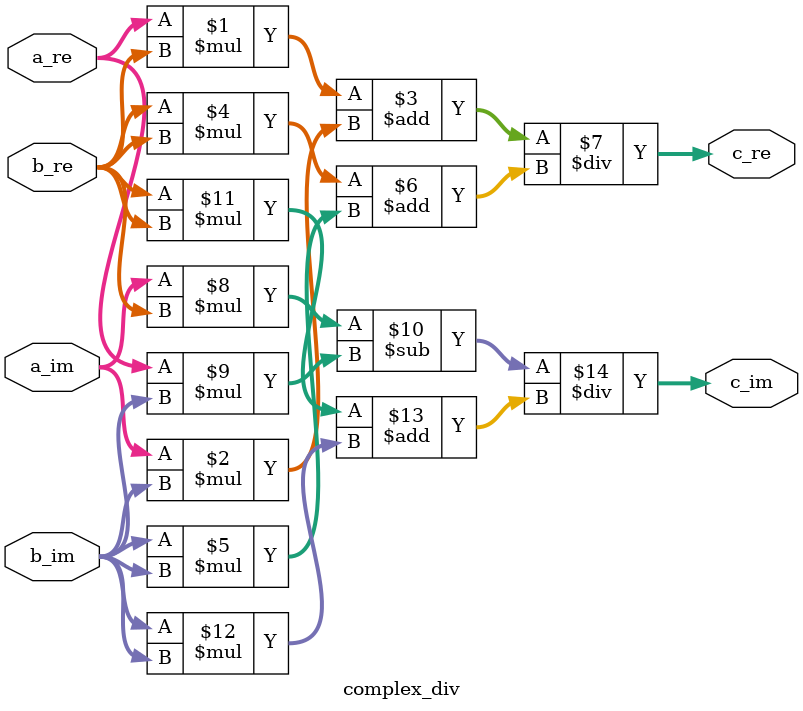
<source format=v>
module complex_div(
    input [15:0]    a_re,
    input [15:0]    a_im,
    input [15:0]    b_re,
    input [15:0]    b_im,
    output [15:0]   c_re,
    output [15:0]   c_im
);

assign c_re = (a_re * b_re + a_im * b_im) / (b_re * b_re + b_im * b_im);
assign c_im = (a_im * b_re - a_re * b_im) / (b_re * b_re + b_im * b_im);

endmodule

</source>
